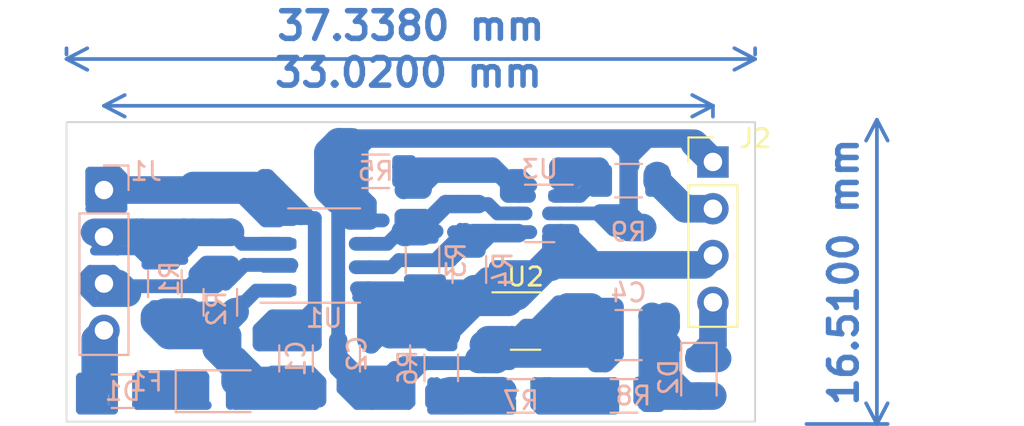
<source format=kicad_pcb>
(kicad_pcb (version 20211014) (generator pcbnew)
  (layers (0 "F.Cu" signal) (31 "B.Cu" signal) (34 "B.Paste" user) (35 "F.Paste" user) (36 "B.SilkS" user "B.Silkscreen") (37 "F.SilkS" user "F.Silkscreen") (38 "B.Mask" user) (39 "F.Mask" user) (44 "Edge.Cuts" user))
  (net 0 "")
  (net 1 "Net-(C1-Pad1)")
  (net 2 "GND1")
  (net 3 "GNDS")
  (net 4 "Net-(C2-Pad1)")
  (net 5 "Net-(C4-Pad1)")
  (net 6 "Net-(D2-Pad1)")
  (net 7 "Net-(F1-Pad2)")
  (net 8 "Net-(D1-Pad1)")
  (net 9 "Net-(R3-Pad2)")
  (net 10 "Net-(R4-Pad2)")
  (net 11 "Net-(R5-Pad1)")
  (net 12 "Net-(R6-Pad2)")
  (net 13 "Net-(R7-Pad2)")
  (net 14 "Net-(J1-Pad2)")
  (net 15 "Net-(J1-Pad3)")
  (net 16 "Net-(R9-Pad1)")
  (net 17 "Net-(J2-Pad2)")
  (footprint "Connector_PinHeader_2.54mm:PinHeader_1x04_P2.54mm_Vertical" (layer "F.Cu") (at 62.738 149.098)
    (fp_text reference "J2")
    (fp_text value "+30V,+5V,Dac_Out,Ground_s")
  )
  (footprint "Package_TO_SOT_SMD:SOT-23-3" (layer "F.Cu") (at 52.578 157.734)
    (fp_text reference "U2")
    (fp_text value "ZRB500_5")
  )
  (footprint "Resistor_SMD:R_1206_3216Metric_Pad1.30x1.75mm_HandSolder" (layer "B.Cu") (at 46.99 154.432 90)
    (fp_text reference "R3")
    (fp_text value "10k")
  )
  (footprint "Package_TO_SOT_SMD:SOT-23-6" (layer "B.Cu") (at 53.34 151.892 180)
    (fp_text reference "U3")
    (fp_text value "MCP4725")
  )
  (footprint "Diode_SMD:D_1206_3216Metric_Pad1.42x1.75mm_HandSolder" (layer "B.Cu") (at 36.068 161.544)
    (fp_text reference "D1")
    (fp_text value "Schottky")
  )
  (footprint "Fuse:Fuse_1206_3216Metric_Pad1.42x1.75mm_HandSolder" (layer "B.Cu") (at 30.734 161.544 180)
    (fp_text reference "F1")
    (fp_text value "100mA")
  )
  (footprint "Resistor_SMD:R_1206_3216Metric_Pad1.30x1.75mm_HandSolder" (layer "B.Cu") (at 48.006 160.274 -90)
    (fp_text reference "R6")
    (fp_text value "1k")
  )
  (footprint "Resistor_SMD:R_1206_3216Metric_Pad1.30x1.75mm_HandSolder" (layer "B.Cu") (at 57.912 161.798)
    (fp_text reference "R8")
    (fp_text value "1k")
  )
  (footprint "Resistor_SMD:R_1206_3216Metric_Pad1.30x1.75mm_HandSolder" (layer "B.Cu") (at 49.53 154.94 90)
    (fp_text reference "R4")
    (fp_text value "10k")
  )
  (footprint "Diode_SMD:D_0805_2012Metric_Pad1.15x1.40mm_HandSolder" (layer "B.Cu") (at 61.976 160.782 -90)
    (fp_text reference "D2")
    (fp_text value "DIODE")
  )
  (footprint "Resistor_SMD:R_1206_3216Metric_Pad1.30x1.75mm_HandSolder" (layer "B.Cu") (at 33.02 155.702 90)
    (fp_text reference "R1")
    (fp_text value "10k")
  )
  (footprint "Connector_PinHeader_2.54mm:PinHeader_1x04_P2.54mm_Vertical" (layer "B.Cu") (at 29.718 150.622 180)
    (fp_text reference "J1")
    (fp_text value "+5V,SCL,SDA,Gnd1")
  )
  (footprint "Resistor_SMD:R_1206_3216Metric_Pad1.30x1.75mm_HandSolder" (layer "B.Cu") (at 52.324 161.798)
    (fp_text reference "R7")
    (fp_text value "1k")
  )
  (footprint "Resistor_SMD:R_1206_3216Metric_Pad1.30x1.75mm_HandSolder" (layer "B.Cu") (at 44.45 149.606 180)
    (fp_text reference "R5")
    (fp_text value "10k")
  )
  (footprint "Capacitor_SMD:C_1210_3225Metric_Pad1.33x2.70mm_HandSolder" (layer "B.Cu") (at 58.166 158.496 180)
    (fp_text reference "C4")
    (fp_text value "10")
  )
  (footprint "Resistor_SMD:R_1206_3216Metric_Pad1.30x1.75mm_HandSolder" (layer "B.Cu") (at 58.166 150.114)
    (fp_text reference "R9")
    (fp_text value "10k")
  )
  (footprint "Resistor_SMD:R_1206_3216Metric_Pad1.30x1.75mm_HandSolder" (layer "B.Cu") (at 36.026 156.718 90)
    (fp_text reference "R2")
    (fp_text value "10k")
  )
  (footprint "Capacitor_SMD:C_1210_3225Metric_Pad1.33x2.70mm_HandSolder" (layer "B.Cu") (at 44.958 159.766 -90)
    (fp_text reference "C2")
    (fp_text value "10µF")
  )
  (footprint "Capacitor_SMD:C_1206_3216Metric_Pad1.33x1.80mm_HandSolder" (layer "B.Cu") (at 40.132 159.766 90)
    (fp_text reference "C1")
    (fp_text value "10µ")
  )
  (footprint "Package_SO:SOIC-8_3.9x4.9mm_P1.27mm" (layer "B.Cu") (at 41.656 154.178)
    (fp_text reference "U1")
    (fp_text value "ADuM1250")
  )
  (gr_rect (start 24.13 163.322) (end 24.13 163.322) (layer "Edge.Cuts") (width 0.1) (fill none))
  (gr_rect (start 27.686 146.939) (end 65.024 163.195) (layer "Edge.Cuts") (width 0.1) (fill none))
  (dimension (type orthogonal) (layer "B.Cu") (pts (xy 27.686 143.764) (xy 65.024 143.764)) (height -0.254) (orientation 0) (gr_text "37,3380 mm" (at 46.355 141.71) (layer "B.Cu") (effects (font (size 1.5 1.5) (thickness 0.3)))) (format (units 3) (units_format 1) (precision 4)) (style (thickness 0.2) (arrow_length 1.27) (text_position_mode 0) (extension_height 0.58642) (extension_offset 0.5) keep_text_aligned))
  (dimension (type orthogonal) (layer "B.Cu") (pts (xy 29.718 146.05) (xy 62.738 145.542)) (height 0) (orientation 0) (gr_text "33,0200 mm" (at 46.228 144.25) (layer "B.Cu") (effects (font (size 1.5 1.5) (thickness 0.3)))) (format (units 3) (units_format 1) (precision 4)) (style (thickness 0.2) (arrow_length 1.27) (text_position_mode 0) (extension_height 0.58642) (extension_offset 0.5) keep_text_aligned))
  (dimension (type orthogonal) (layer "B.Cu") (pts (xy 71.628 146.812) (xy 67.31 163.322)) (height 0) (orientation 1) (gr_text "16,5100 mm" (at 69.828 155.067 90) (layer "B.Cu") (effects (font (size 1.5 1.5) (thickness 0.3)))) (format (units 3) (units_format 1) (precision 4)) (style (thickness 0.2) (arrow_length 1.27) (text_position_mode 0) (extension_height 0.58642) (extension_offset 0.5) keep_text_aligned))
  (segment (start 40.894 160.528) (end 41.402 161.036) (width 0.75) (layer "B.Cu") (net 1))
  (segment (start 38.803444 160.586556) (end 37.5555 160.586556) (width 0.75) (layer "B.Cu") (net 1))
  (segment (start 35.814 158.946) (end 35.814 159.258) (width 1.5) (layer "B.Cu") (net 1))
  (segment (start 36.576 161.29) (end 36.83 161.036) (width 0.5) (layer "B.Cu") (net 1))
  (segment (start 38.862 160.528) (end 38.803444 160.586556) (width 0.75) (layer "B.Cu") (net 1))
  (segment (start 37.973 156.083) (end 39.181 156.083) (width 0.75) (layer "B.Cu") (net 1))
  (segment (start 36.83 162.306) (end 36.83 161.036) (width 0.5) (layer "B.Cu") (net 1))
  (segment (start 34.316 157.252) (end 36.804 157.252) (width 1) (layer "B.Cu") (net 1))
  (segment (start 41.148 162.306) (end 36.83 162.306) (width 0.5) (layer "B.Cu") (net 1))
  (segment (start 34.316 157.252) (end 35.335 158.271) (width 1.5) (layer "B.Cu") (net 1))
  (segment (start 33.02 157.252) (end 34.12 157.252) (width 1.5) (layer "B.Cu") (net 1))
  (segment (start 39.181 156.083) (end 39.751 156.083) (width 0.75) (layer "B.Cu") (net 1))
  (segment (start 37.5555 161.544) (end 37.5555 160.586556) (width 1.5) (layer "B.Cu") (net 1))
  (segment (start 36.319888 158.438) (end 36.417056 158.535168) (width 1.5) (layer "B.Cu") (net 1))
  (segment (start 36.671056 160.02) (end 36.83 159.861056) (width 1.5) (layer "B.Cu") (net 1))
  (segment (start 36.576 162.306) (end 36.576 161.29) (width 0.5) (layer "B.Cu") (net 1))
  (segment (start 40.3475 161.3285) (end 40.6015 161.5825) (width 0.75) (layer "B.Cu") (net 1))
  (segment (start 37.338 161.544) (end 36.83 161.036) (width 1.5) (layer "B.Cu") (net 1))
  (segment (start 39.5855 161.544) (end 39.624 161.5825) (width 1.5) (layer "B.Cu") (net 1))
  (segment (start 40.132 161.3285) (end 40.3475 161.3285) (width 0.75) (layer "B.Cu") (net 1))
  (segment (start 36.83 159.861056) (end 38.551444 161.5825) (width 1.5) (layer "B.Cu") (net 1))
  (segment (start 36.026 158.03) (end 36.83 157.226) (width 1.5) (layer "B.Cu") (net 1))
  (segment (start 40.0935 161.5825) (end 40.132 161.544) (width 1.5) (layer "B.Cu") (net 1))
  (segment (start 34.12 157.252) (end 34.316 157.252) (width 1.5) (layer "B.Cu") (net 1))
  (segment (start 36.417056 159.861056) (end 35.814 159.258) (width 1) (layer "B.Cu") (net 1))
  (segment (start 41.402 161.036) (end 41.402 162.052) (width 0.75) (layer "B.Cu") (net 1))
  (segment (start 40.132 161.3285) (end 39.3315 160.528) (width 0.75) (layer "B.Cu") (net 1))
  (segment (start 36.026 158.438) (end 36.319888 158.438) (width 1.5) (layer "B.Cu") (net 1))
  (segment (start 34.12 157.252) (end 35.814 158.946) (width 1.5) (layer "B.Cu") (net 1))
  (segment (start 40.132 161.544) (end 40.132 161.3285) (width 1.5) (layer "B.Cu") (net 1))
  (segment (start 39.3315 160.528) (end 38.862 160.528) (width 0.75) (layer "B.Cu") (net 1))
  (segment (start 33.245 158.467) (end 35.335 158.467) (width 1.6) (layer "B.Cu") (net 1))
  (segment (start 39.3315 160.528) (end 40.894 160.528) (width 0.75) (layer "B.Cu") (net 1))
  (segment (start 35.814 158.946) (end 35.872 158.946) (width 1.5) (layer "B.Cu") (net 1))
  (segment (start 36.417056 158.535168) (end 36.417056 159.861056) (width 1.5) (layer "B.Cu") (net 1))
  (segment (start 36.83 157.226) (end 37.973 156.083) (width 0.75) (layer "B.Cu") (net 1))
  (segment (start 36.322 157.48) (end 35.814 157.48) (width 0.75) (layer "B.Cu") (net 1))
  (segment (start 35.814 157.48) (end 32.512 157.48) (width 1.6) (layer "B.Cu") (net 1))
  (segment (start 36.417056 159.861056) (end 36.83 159.861056) (width 1.5) (layer "B.Cu") (net 1))
  (segment (start 36.83 161.036) (end 36.83 160.782) (width 1.5) (layer "B.Cu") (net 1))
  (segment (start 32.512 157.48) (end 32.512 157.734) (width 1.6) (layer "B.Cu") (net 1))
  (segment (start 38.551444 161.5825) (end 40.0935 161.5825) (width 1.5) (layer "B.Cu") (net 1))
  (segment (start 39.624 161.5825) (end 38.551444 161.5825) (width 1.5) (layer "B.Cu") (net 1))
  (segment (start 35.335 158.271) (end 35.335 158.467) (width 1.5) (layer "B.Cu") (net 1))
  (segment (start 37.338 161.544) (end 39.5855 161.544) (width 1.5) (layer "B.Cu") (net 1))
  (segment (start 37.5555 161.544) (end 37.338 161.544) (width 1.5) (layer "B.Cu") (net 1))
  (segment (start 39.624 161.5825) (end 40.6015 161.5825) (width 1.5) (layer "B.Cu") (net 1))
  (segment (start 32.512 157.734) (end 33.245 158.467) (width 1.6) (layer "B.Cu") (net 1))
  (segment (start 37.338 156.718) (end 37.133726 156.718) (width 0.75) (layer "B.Cu") (net 1))
  (segment (start 36.576 160.02) (end 36.671056 160.02) (width 1.5) (layer "B.Cu") (net 1))
  (segment (start 36.026 158.438) (end 36.026 158.03) (width 1.5) (layer "B.Cu") (net 1))
  (segment (start 37.5555 160.586556) (end 36.83 159.861056) (width 1.5) (layer "B.Cu") (net 1))
  (segment (start 41.402 162.052) (end 41.148 162.306) (width 0.5) (layer "B.Cu") (net 1))
  (segment (start 36.804 157.252) (end 36.83 157.226) (width 1) (layer "B.Cu") (net 1))
  (segment (start 36.026 158.438) (end 36.126 158.438) (width 1.5) (layer "B.Cu") (net 1))
  (segment (start 35.814 159.258) (end 36.576 160.02) (width 1.5) (layer "B.Cu") (net 1))
  (segment (start 38.155 159.004) (end 41.148 159.004) (width 0.75) (layer "B.Cu") (net 2))
  (segment (start 37.856 150.378) (end 37.856 150.358) (width 0.75) (layer "B.Cu") (net 2))
  (segment (start 30.734 149.86) (end 30.734 151.638) (width 0.5) (layer "B.Cu") (net 2))
  (segment (start 41.148 152.146) (end 40.386 152.146) (width 0.75) (layer "B.Cu") (net 2))
  (segment (start 40.132 151.384) (end 39.181 150.433) (width 0.75) (layer "B.Cu") (net 2))
  (segment (start 38.155 158.187) (end 38.4255 158.4575) (width 0.75) (layer "B.Cu") (net 2))
  (segment (start 28.956 151.384) (end 28.956 149.606) (width 0.5) (layer "B.Cu") (net 2))
  (segment (start 30.48 149.606) (end 30.734 149.86) (width 0.5) (layer "B.Cu") (net 2))
  (segment (start 29.718 150.622) (end 28.956 151.384) (width 0.5) (layer "B.Cu") (net 2))
  (segment (start 37.856 150.358) (end 38.354 149.86) (width 0.75) (layer "B.Cu") (net 2))
  (segment (start 37.042 150.622) (end 37.286 150.378) (width 1.5) (layer "B.Cu") (net 2))
  (segment (start 37.286 150.378) (end 36.586 150.378) (width 0.75) (layer "B.Cu") (net 2))
  (segment (start 41.148 156.972) (end 41.148 157.911) (width 0.75) (layer "B.Cu") (net 2))
  (segment (start 41.148 157.911) (end 40.6015 158.4575) (width 0.75) (layer "B.Cu") (net 2))
  (segment (start 41.148 159.004) (end 41.148 157.911) (width 0.75) (layer "B.Cu") (net 2))
  (segment (start 40.132 151.384) (end 39.878 151.638) (width 0.75) (layer "B.Cu") (net 2))
  (segment (start 38.481 152.273) (end 36.586 150.378) (width 0.75) (layer "B.Cu") (net 2))
  (segment (start 29.718 150.622) (end 37.042 150.622) (width 1.5) (layer "B.Cu") (net 2))
  (segment (start 34.554 150.378) (end 37.856 150.378) (width 1.5) (layer "B.Cu") (net 2))
  (segment (start 39.9165 158.2035) (end 41.148 156.972) (width 0.75) (layer "B.Cu") (net 2))
  (segment (start 37.856 150.378) (end 39.116 151.638) (width 1.5) (layer "B.Cu") (net 2))
  (segment (start 38.155 158.187) (end 38.155 159.004) (width 0.75) (layer "B.Cu") (net 2))
  (segment (start 40.64 157.48) (end 41.148 156.972) (width 0.75) (layer "B.Cu") (net 2))
  (segment (start 40.386 151.638) (end 40.132 151.384) (width 0.75) (layer "B.Cu") (net 2))
  (segment (start 40.64 157.48) (end 38.862 157.48) (width 0.75) (layer "B.Cu") (net 2))
  (segment (start 40.894 152.146) (end 40.386 151.638) (width 0.75) (layer "B.Cu") (net 2))
  (segment (start 40.386 152.146) (end 40.386 151.638) (width 0.75) (layer "B.Cu") (net 2))
  (segment (start 39.624 158.4575) (end 38.4255 158.4575) (width 0.75) (layer "B.Cu") (net 2))
  (segment (start 28.956 149.606) (end 30.48 149.606) (width 0.5) (layer "B.Cu") (net 2))
  (segment (start 39.181 152.273) (end 38.481 152.273) (width 0.75) (layer "B.Cu") (net 2))
  (segment (start 41.148 152.146) (end 40.894 152.146) (width 0.75) (layer "B.Cu") (net 2))
  (segment (start 36.586 150.378) (end 34.554 150.378) (width 0.75) (layer "B.Cu") (net 2))
  (segment (start 39.1545 158.4575) (end 39.624 158.4575) (width 1.5) (layer "B.Cu") (net 2))
  (segment (start 30.734 151.638) (end 28.956 151.638) (width 0.5) (layer "B.Cu") (net 2))
  (segment (start 29.718 150.368) (end 29.21 149.86) (width 0.5) (layer "B.Cu") (net 2))
  (segment (start 41.148 156.972) (end 41.148 152.146) (width 0.75) (layer "B.Cu") (net 2))
  (segment (start 38.862 157.48) (end 38.155 158.187) (width 0.75) (layer "B.Cu") (net 2))
  (segment (start 29.718 150.622) (end 29.718 150.114) (width 0.75) (layer "B.Cu") (net 2))
  (segment (start 29.718 150.622) (end 29.718 150.368) (width 0.5) (layer "B.Cu") (net 2))
  (segment (start 39.624 158.4575) (end 40.6015 158.4575) (width 1.5) (layer "B.Cu") (net 2))
  (segment (start 38.862 158.2035) (end 39.9165 158.2035) (width 0.75) (layer "B.Cu") (net 2))
  (segment (start 39.878 151.638) (end 39.116 151.638) (width 0.75) (layer "B.Cu") (net 2))
  (segment (start 38.354 149.86) (end 38.608 149.86) (width 0.75) (layer "B.Cu") (net 2))
  (segment (start 40.386 152.146) (end 39.308 152.146) (width 0.75) (layer "B.Cu") (net 2))
  (segment (start 39.181 152.273) (end 39.181 150.433) (width 0.75) (layer "B.Cu") (net 2))
  (segment (start 40.6015 158.4575) (end 41.148 159.004) (width 0.75) (layer "B.Cu") (net 2))
  (segment (start 38.608 149.86) (end 39.181 150.433) (width 0.75) (layer "B.Cu") (net 2))
  (segment (start 51 159.82) (end 50.038 159.82) (width 1.5) (layer "B.Cu") (net 3))
  (segment (start 58.166 148.59) (end 57.404 147.828) (width 1) (layer "B.Cu") (net 3))
  (segment (start 44.131 152.273) (end 44.831 152.273) (width 0.75) (layer "B.Cu") (net 3))
  (segment (start 44.131 152.273) (end 43.815 152.273) (width 1) (layer "B.Cu") (net 3))
  (segment (start 54.864 158.75) (end 54.8985 158.7845) (width 1.5) (layer "B.Cu") (net 3))
  (segment (start 44.131 152.273) (end 44.131 151.319) (width 0.75) (layer "B.Cu") (net 3))
  (segment (start 58.166 152.654) (end 57.404 152.654) (width 1) (layer "B.Cu") (net 3))
  (segment (start 56.2825 158.8555) (end 55.626 159.512) (width 0.5) (layer "B.Cu") (net 3))
  (segment (start 61.468 147.828) (end 61.722 148.082) (width 1) (layer "B.Cu") (net 3))
  (segment (start 46.355 162.179) (end 46.355 160.909) (width 0.5) (layer "B.Cu") (net 3))
  (segment (start 53.594 158.242) (end 54.864 156.972) (width 1.5) (layer "B.Cu") (net 3))
  (segment (start 44.273 162.306) (end 46.228 162.306) (width 0.5) (layer "B.Cu") (net 3))
  (segment (start 50.8 160.02) (end 46.99 160.02) (width 0.75) (layer "B.Cu") (net 3))
  (segment (start 50.546 158.75) (end 51.562 158.75) (width 1.5) (layer "B.Cu") (net 3))
  (segment (start 44.958 161.3285) (end 44.958 161.544) (width 0.75) (layer "B.Cu") (net 3))
  (segment (start 51.562 159.004) (end 51.562 159.258) (width 1.5) (layer "B.Cu") (net 3))
  (segment (start 43.053 151.765) (end 43.434 151.384) (width 1) (layer "B.Cu") (net 3))
  (segment (start 58.166 147.828) (end 59.69 147.828) (width 1) (layer "B.Cu") (net 3))
  (segment (start 45.974 160.02) (end 45.974 160.528) (width 0.75) (layer "B.Cu") (net 3))
  (segment (start 44.273 162.306) (end 43.434 162.306) (width 0.5) (layer "B.Cu") (net 3))
  (segment (start 61.722 148.082) (end 61.976 148.336) (width 1) (layer "B.Cu") (net 3))
  (segment (start 42.418 151.638) (end 42.418 151.13) (width 0.75) (layer "B.Cu") (net 3))
  (segment (start 62.738 149.098) (end 61.722 148.082) (width 1.5) (layer "B.Cu") (net 3))
  (segment (start 55.3335 158.242) (end 55.372 158.242) (width 1.5) (layer "B.Cu") (net 3))
  (segment (start 44.4885 162.0905) (end 44.273 162.306) (width 0.5) (layer "B.Cu") (net 3))
  (segment (start 42.581 159.675) (end 43.434 160.528) (width 0.75) (layer "B.Cu") (net 3))
  (segment (start 44.958 161.544) (end 45.466 162.052) (width 0.75) (layer "B.Cu") (net 3))
  (segment (start 42.581 160.437) (end 42.581 159.675) (width 0.75) (layer "B.Cu") (net 3))
  (segment (start 44.4115 161.3285) (end 45.466 160.274) (width 0.75) (layer "B.Cu") (net 3))
  (segment (start 58.166 148.844) (end 58.166 148.59) (width 1) (layer "B.Cu") (net 3))
  (segment (start 58.166 151.892) (end 58.166 152.654) (width 1) (layer "B.Cu") (net 3))
  (segment (start 46.228 162.306) (end 46.355 162.179) (width 0.5) (layer "B.Cu") (net 3))
  (segment (start 55.626 159.512) (end 54.102 159.512) (width 1.5) (layer "B.Cu") (net 3))
  (segment (start 53.848 151.892) (end 54.4775 151.892) (width 0.75) (layer "B.Cu") (net 3))
  (segment (start 44.958 161.3285) (end 43.4725 161.3285) (width 1.5) (layer "B.Cu") (net 3))
  (segment (start 43.688 150.876) (end 43.688 148.336) (width 0.75) (layer "B.Cu") (net 3))
  (segment (start 53.594 158.75) (end 54.864 158.75) (width 1.5) (layer "B.Cu") (net 3))
  (segment (start 44.958 161.3285) (end 45.2505 161.3285) (width 0.5) (layer "B.Cu") (net 3))
  (segment (start 44.131 151.319) (end 43.688 150.876) (width 0.75) (layer "B.Cu") (net 3))
  (segment (start 58.166 147.828) (end 57.404 147.828) (width 0.75) (layer "B.Cu") (net 3))
  (segment (start 54.356 157.48) (end 54.356 156.718) (width 0.75) (layer "B.Cu") (net 3))
  (segment (start 58.166 151.892) (end 58.928 152.654) (width 1) (layer "B.Cu") (net 3))
  (segment (start 42.926 150.876) (end 43.434 151.384) (width 1) (layer "B.Cu") (net 3))
  (segment (start 45.4275 161.3285) (end 46.736 160.02) (width 0.5) (layer "B.Cu") (net 3))
  (segment (start 56.6035 159.2195) (end 56.6035 158.496) (width 1.5) (layer "B.Cu") (net 3))
  (segment (start 56.642 151.892) (end 54.4775 151.892) (width 0.75) (layer "B.Cu") (net 3))
  (segment (start 42.926 148.844) (end 42.926 149.606) (width 0.5) (layer "B.Cu") (net 3))
  (segment (start 42.418 160.274) (end 42.418 158.776) (width 1) (layer "B.Cu") (net 3))
  (segment (start 59.69 147.828) (end 59.182 147.828) (width 1) (layer "B.Cu") (net 3))
  (segment (start 53.086 157.988) (end 53.086 158.75) (width 0.75) (layer "B.Cu") (net 3))
  (segment (start 51.816 158.75) (end 51.562 159.004) (width 1.5) (layer "B.Cu") (net 3))
  (segment (start 56.896 160.02) (end 57.404 159.512) (width 1) (layer "B.Cu") (net 3))
  (segment (start 44.958 161.3285) (end 45.4275 161.3285) (width 0.5) (layer "B.Cu") (net 3))
  (segment (start 46.736 160.02) (end 45.974 160.02) (width 0.75) (layer "B.Cu") (net 3))
  (segment (start 62.738 149.098) (end 61.976 148.336) (width 1.5) (layer "B.Cu") (net 3))
  (segment (start 42.926 160.782) (end 42.581 160.437) (width 1) (layer "B.Cu") (net 3))
  (segment (start 54.8985 159.258) (end 55.9145 158.242) (width 1.5) (layer "B.Cu") (net 3))
  (segment (start 55.9145 158.242) (end 55.9145 157.874) (width 1.5) (layer "B.Cu") (net 3))
  (segment (start 43.434 162.306) (end 42.581 161.453) (width 0.5) (layer "B.Cu") (net 3))
  (segment (start 59.69 147.828) (end 61.468 147.828) (width 1) (layer "B.Cu") (net 3))
  (segment (start 58.166 147.828) (end 43.382 147.828) (width 1) (layer "B.Cu") (net 3))
  (segment (start 42.926 149.606) (end 42.926 150.622) (width 0.5) (layer "B.Cu") (net 3))
  (segment (start 56.0285 158.496) (end 56.0285 159.1095) (width 1.5) (layer "B.Cu") (net 3))
  (segment (start 53.594 158.242) (end 54.356 157.48) (width 0.75) (layer "B.Cu") (net 3))
  (segment (start 41.91 148.59) (end 42.444 148.056) (width 1.6) (layer "B.Cu") (net 3))
  (segment (start 57.404 152.654) (end 56.642 151.892) (width 1) (layer "B.Cu") (net 3))
  (segment (start 43.053 152.273) (end 43.053 151.765) (width 1) (layer "B.Cu") (net 3))
  (segment (start 42.418 151.13) (end 42.418 150.876) (width 0.75) (layer "B.Cu") (net 3))
  (segment (start 43.4725 161.3285) (end 42.926 160.782) (width 1) (layer "B.Cu") (net 3))
  (segment (start 54.864 156.972) (end 56.134 156.972) (width 1.5) (layer "B.Cu") (net 3))
  (segment (start 53.086 158.75) (end 53.594 158.75) (width 1.5) (layer "B.Cu") (net 3))
  (segment (start 57.404 159.512) (end 56.6035 158.7115) (width 1) (layer "B.Cu") (net 3))
  (segment (start 43.4725 161.3285) (end 44.4115 161.3285) (width 0.75) (layer "B.Cu") (net 3))
  (segment (start 43.688 148.336) (end 44.196 147.828) (width 0.75) (layer "B.Cu") (net 3))
  (segment (start 44.196 147.828) (end 55.118 147.828) (width 0.75) (layer "B.Cu") (net 3))
  (segment (start 51.7375 160.02) (end 56.388 160.02) (width 0.5) (layer "B.Cu") (net 3))
  (segment (start 43.154 148.056) (end 42.926 147.828) (width 0.75) (layer "B.Cu") (net 3))
  (segment (start 45.974 160.528) (end 45.974 161.798) (width 0.75) (layer "B.Cu") (net 3))
  (segment (start 58.166 149.352) (end 58.166 151.892) (width 1) (layer "B.Cu") (net 3))
  (segment (start 56.6035 157.5185) (end 56.6035 158.496) (width 1) (layer "B.Cu") (net 3))
  (segment (start 56.6035 158.7115) (end 56.6035 158.496) (width 1) (layer "B.Cu") (net 3))
  (segment (start 59.182 147.828) (end 58.166 148.844) (width 1) (layer "B.Cu") (net 3))
  (segment (start 51.7375 160.02) (end 51.054 160.02) (width 0.75) (layer "B.Cu") (net 3))
  (segment (start 42.444 148.056) (end 43.154 148.056) (width 1.6) (layer "B.Cu") (net 3))
  (segment (start 41.91 150.622) (end 41.91 148.59) (width 1.6) (layer "B.Cu") (net 3))
  (segment (start 55.118 147.828) (end 42.926 147.828) (width 0.75) (layer "B.Cu") (net 3))
  (segment (start 45.2505 161.3285) (end 44.4885 162.0905) (width 0.5) (layer "B.Cu") (net 3))
  (segment (start 58.166 149.352) (end 58.266 149.252) (width 1) (layer "B.Cu") (net 3))
  (segment (start 53.086 157.988) (end 52.578 157.988) (width 0.75) (layer "B.Cu") (net 3))
  (segment (start 53.594 158.75) (end 53.594 158.242) (width 1.5) (layer "B.Cu") (net 3))
  (segment (start 44.131 152.273) (end 43.053 152.273) (width 1) (layer "B.Cu") (net 3))
  (segment (start 52.578 157.988) (end 51.816 158.75) (width 0.75) (layer "B.Cu") (net 3))
  (segment (start 43.154 149.86) (end 43.154 148.056) (width 0.75) (layer "B.Cu") (net 3))
  (segment (start 42.418 158.776) (end 42.418 151.638) (width 0.75) (layer "B.Cu") (net 3))
  (segment (start 43.434 160.528) (end 43.18 160.528) (width 0.75) (layer "B.Cu") (net 3))
  (segment (start 58.166 151.892) (end 56.642 151.892) (width 1) (layer "B.Cu") (net 3))
  (segment (start 56.0285 159.1095) (end 55.626 159.512) (width 1.5) (layer "B.Cu") (net 3))
  (segment (start 43.154 149.86) (end 43.154 148.564) (width 1) (layer "B.Cu") (net 3))
  (segment (start 43.18 160.528) (end 42.926 160.782) (width 0.75) (layer "B.Cu") (net 3))
  (segment (start 54.8985 159.258) (end 54.8985 158.7845) (width 1.5) (layer "B.Cu") (net 3))
  (segment (start 47.244 160.02) (end 46.736 160.02) (width 0.75) (layer "B.Cu") (net 3))
  (segment (start 52.578 159.512) (end 51.816 158.75) (width 1.5) (layer "B.Cu") (net 3))
  (segment (start 57.404 147.828) (end 55.118 147.828) (width 0.75) (layer "B.Cu") (net 3))
  (segment (start 46.355 160.909) (end 47.244 160.02) (width 0.5) (layer "B.Cu") (net 3))
  (segment (start 56.388 160.02) (end 56.896 160.02) (width 1) (layer "B.Cu") (net 3))
  (segment (start 54.102 159.512) (end 52.578 159.512) (width 1.5) (layer "B.Cu") (net 3))
  (segment (start 45.974 160.528) (end 43.434 160.528) (width 0.75) (layer "B.Cu") (net 3))
  (segment (start 57.404 156.972) (end 56.134 156.972) (width 1) (layer "B.Cu") (net 3))
  (segment (start 42.581 160.437) (end 42.418 160.274) (width 1) (layer "B.Cu") (net 3))
  (segment (start 54.356 156.718) (end 53.086 157.988) (width 0.75) (layer "B.Cu") (net 3))
  (segment (start 58.928 152.654) (end 58.166 152.654) (width 1.5) (layer "B.Cu") (net 3))
  (segment (start 55.091 159.4335) (end 56.0285 158.496) (width 1) (layer "B.Cu") (net 3))
  (segment (start 58.166 147.828) (end 58.166 148.844) (width 1) (layer "B.Cu") (net 3))
  (segment (start 50.292 159.004) (end 50.546 159.258) (width 1.5) (layer "B.Cu") (net 3))
  (segment (start 42.926 147.828) (end 42.926 148.844) (width 0.75) (layer "B.Cu") (net 3))
  (segment (start 42.581 161.453) (end 42.581 160.437) (width 0.5) (layer "B.Cu") (net 3))
  (segment (start 42.418 151.13) (end 41.91 150.622) (width 1.6) (layer "B.Cu") (net 3))
  (segment (start 51.562 159.258) (end 51 159.82) (width 1.5) (layer "B.Cu") (net 3))
  (segment (start 58.166 148.844) (end 58.166 149.352) (width 1) (layer "B.Cu") (net 3))
  (segment (start 42.926 148.844) (end 42.926 150.876) (width 1) (layer "B.Cu") (net 3))
  (segment (start 57.404 156.972) (end 57.404 159.512) (width 1) (layer "B.Cu") (net 3))
  (segment (start 55.9145 157.874) (end 55.82725 157.78675) (width 1.5) (layer "B.Cu") (net 3))
  (segment (start 43.382 147.828) (end 43.154 148.056) (width 1) (layer "B.Cu") (net 3))
  (segment (start 51.816 158.75) (end 53.086 158.75) (width 0.75) (layer "B.Cu") (net 3))
  (segment (start 50.9585 154.8075) (end 52.9645 154.8075) (width 0.75) (layer "B.Cu") (net 4))
  (segment (start 49.53 156.49) (end 49.53 156.972) (width 1.5) (layer "B.Cu") (net 4))
  (segment (start 50.9585 154.8075) (end 50.4505 155.3155) (width 0.5) (layer "B.Cu") (net 4))
  (segment (start 50.4505 155.3155) (end 49.784 155.982) (width 1) (layer "B.Cu") (net 4))
  (segment (start 53.848 153.924) (end 53.848 153.162) (width 0.75) (layer "B.Cu") (net 4))
  (segment (start 52.07 155.448) (end 52.324 155.448) (width 0.75) (layer "B.Cu") (net 4))
  (segment (start 44.131 156.083) (end 43.815 156.083) (width 0.5) (layer "B.Cu") (net 4))
  (segment (start 43.942 158.75) (end 44.196 159.004) (width 1) (layer "B.Cu") (net 4))
  (segment (start 55.245 154.305) (end 55.7475 154.8075) (width 0.75) (layer "B.Cu") (net 4))
  (segment (start 44.131 156.083) (end 46.101 156.083) (width 1) (layer "B.Cu") (net 4))
  (segment (start 48.286 156.998) (end 48.26 156.972) (width 1.5) (layer "B.Cu") (net 4))
  (segment (start 44.73 158.47) (end 44.196 159.004) (width 1) (layer "B.Cu") (net 4))
  (segment (start 44.9195 158.2035) (end 44.196 157.48) (width 1) (layer "B.Cu") (net 4))
  (segment (start 54.4775 152.961226) (end 55.025137 153.508863) (width 0.75) (layer "B.Cu") (net 4))
  (segment (start 51.1755 155.3155) (end 51.4405 155.3155) (width 0.5) (layer "B.Cu") (net 4))
  (segment (start 56.323774 154.8075) (end 56.422137 154.905863) (width 0.75) (layer "B.Cu") (net 4))
  (segment (start 55.821274 154.305) (end 55.245 154.305) (width 1.5) (layer "B.Cu") (net 4))
  (segment (start 47.804 157.48) (end 48.566 156.718) (width 1.5) (layer "B.Cu") (net 4))
  (segment (start 43.815 156.083) (end 43.434 156.464) (width 0.5) (layer "B.Cu") (net 4))
  (segment (start 52.9645 154.8075) (end 53.9805 154.8075) (width 0.75) (layer "B.Cu") (net 4))
  (segment (start 53.848 152.842) (end 54.4775 152.842) (width 0.75) (layer "B.Cu") (net 4))
  (segment (start 48.26 156.972) (end 48.768 156.464) (width 0.5) (layer "B.Cu") (net 4))
  (segment (start 54.4775 152.842) (end 54.4775 152.961226) (width 0.75) (layer "B.Cu") (net 4))
  (segment (start 44.131 156.083) (end 44.766 156.718) (width 0.75) (layer "B.Cu") (net 4))
  (segment (start 49.53 156.972) (end 48.286 158.216) (width 1.5) (layer "B.Cu") (net 4))
  (segment (start 48.006 155.448) (end 46.228 155.448) (width 0.5) (layer "B.Cu") (net 4))
  (segment (start 53.848 153.162) (end 54.1575 153.162) (width 0.75) (layer "B.Cu") (net 4))
  (segment (start 55.118 152.842) (end 54.4775 152.842) (width 0.75) (layer "B.Cu") (net 4))
  (segment (start 45.6815 157.48) (end 44.958 158.2035) (width 1) (layer "B.Cu") (net 4))
  (segment (start 54.1575 153.162) (end 54.4775 152.842) (width 0.75) (layer "B.Cu") (net 4))
  (segment (start 52.324 155.448) (end 52.9645 154.8075) (width 0.75) (layer "B.Cu") (net 4))
  (segment (start 47.804 157.48) (end 48.286 156.998) (width 1.5) (layer "B.Cu") (net 4))
  (segment (start 46.101 156.083) (end 46.889 156.083) (width 1) (layer "B.Cu") (net 4))
  (segment (start 49.429 156.718) (end 51.663 156.718) (width 1.5) (layer "B.Cu") (net 4))
  (segment (start 44.958 157.48) (end 43.942 156.464) (width 1) (layer "B.Cu") (net 4))
  (segment (start 46.99 156.972) (end 48.26 156.972) (width 1) (layer "B.Cu") (net 4))
  (segment (start 43.942 156.464) (end 43.942 158.75) (width 1) (layer "B.Cu") (net 4))
  (segment (start 44.196 159.004) (end 44.196 156.148) (width 1) (layer "B.Cu") (net 4))
  (segment (start 49.81 155.982) (end 49.784 155.982) (width 1.5) (layer "B.Cu") (net 4))
  (segment (start 46.635 156.083) (end 46.99 155.728) (width 0.5) (layer "B.Cu") (net 4))
  (segment (start 46.508 158.47) (end 45.2245 158.47) (width 1.5) (layer "B.Cu") (net 4))
  (segment (start 48.768 156.718) (end 48.768 156.464) (width 0.75) (layer "B.Cu") (net 4))
  (segment (start 47.472 155.982) (end 48.006 155.448) (width 0.5) (layer "B.Cu") (net 4))
  (segment (start 62.23 154.686) (end 54.102 154.686) (width 1.5) (layer "B.Cu") (net 4))
  (segment (start 48.286 158.47) (end 48.286 158.216) (width 1.5) (layer "B.Cu") (net 4))
  (segment (start 62.738 154.178) (end 62.23 154.686) (width 1.5) (layer "B.Cu") (net 4))
  (segment (start 46.889 156.083) (end 46.99 155.982) (width 1) (layer "B.Cu") (net 4))
  (segment (start 46.99 155.956) (end 46.482 155.448) (width 0.5) (layer "B.Cu") (net 4))
  (segment (start 46.508 158.47) (end 48.286 158.47) (width 1.5) (layer "B.Cu") (net 4))
  (segment (start 44.004 155.956) (end 43.434 155.956) (width 0.75) (layer "B.Cu") (net 4))
  (segment (start 52.9645 154.8075) (end 53.848 153.924) (width 0.75) (layer "B.Cu") (net 4))
  (segment (start 53.9805 154.8075) (end 55.7475 154.8075) (width 0.75) (layer "B.Cu") (net 4))
  (segment (start 54.61 153.924) (end 54.864 153.924) (width 0.75) (layer "B.Cu") (net 4))
  (segment (start 55.025137 153.508863) (end 56.422137 154.905863) (width 0.75) (layer "B.Cu") (net 4))
  (segment (start 44.958 158.2035) (end 44.958 157.48) (width 1) (layer "B.Cu") (net 4))
  (segment (start 43.942 156.464) (end 43.434 156.464) (width 0.5) (layer "B.Cu") (net 4))
  (segment (start 54.229 154.559) (end 54.229 153.797) (width 0.75) (layer "B.Cu") (net 4))
  (segment (start 45.6815 157.48) (end 45.6815 156.7565) (width 1) (layer "B.Cu") (net 4))
  (segment (start 47.2825 156.0205) (end 46.99 155.728) (width 0.5) (layer "B.Cu") (net 4))
  (segment (start 54.356 153.67) (end 54.61 153.924) (width 0.75) (layer "B.Cu") (net 4))
  (segment (start 45.2245 158.47) (end 44.958 158.2035) (width 1.5) (layer "B.Cu") (net 4))
  (segment (start 50.4505 155.3155) (end 51.1755 155.3155) (width 0.5) (layer "B.Cu") (net 4))
  (segment (start 46.508 158.47) (end 44.73 158.47) (width 1) (layer "B.Cu") (net 4))
  (segment (start 53.9805 154.8075) (end 54.229 154.559) (width 0.75) (layer "B.Cu") (net 4))
  (segment (start 46.99 155.982) (end 47.472 155.982) (width 0.5) (layer "B.Cu") (net 4))
  (segment (start 50.8 156.718) (end 52.07 155.448) (width 1.5) (layer "B.Cu") (net 4))
  (segment (start 54.864 153.924) (end 55.245 154.305) (width 0.75) (layer "B.Cu") (net 4))
  (segment (start 44.766 156.718) (end 45.212 156.718) (width 0.75) (layer "B.Cu") (net 4))
  (segment (start 52.1335 156.4005) (end 54.5465 153.9875) (width 1.5) (layer "B.Cu") (net 4))
  (segment (start 45.6815 157.48) (end 47.804 157.48) (width 1.5) (layer "B.Cu") (net 4))
  (segment (start 55.821274 154.305) (end 55.025137 153.508863) (width 1.5) (layer "B.Cu") (net 4))
  (segment (start 54.229 153.797) (end 54.356 153.67) (width 0.75) (layer "B.Cu") (net 4))
  (segment (start 54.102 154.686) (end 53.9805 154.8075) (width 1.5) (layer "B.Cu") (net 4))
  (segment (start 55.7475 154.8075) (end 56.323774 154.8075) (width 0.75) (layer "B.Cu") (net 4))
  (segment (start 46.101 156.083) (end 46.99 156.972) (width 1) (layer "B.Cu") (net 4))
  (segment (start 44.196 156.148) (end 44.131 156.083) (width 1) (layer "B.Cu") (net 4))
  (segment (start 44.131 156.083) (end 44.004 155.956) (width 0.75) (layer "B.Cu") (net 4))
  (segment (start 46.99 155.982) (end 46.99 155.956) (width 0.5) (layer "B.Cu") (net 4))
  (segment (start 44.958 158.2035) (end 44.9195 158.2035) (width 1) (layer "B.Cu") (net 4))
  (segment (start 48.286 158.216) (end 48.286 156.998) (width 1.5) (layer "B.Cu") (net 4))
  (segment (start 46.99 155.982) (end 49.784 155.982) (width 1) (layer "B.Cu") (net 4))
  (segment (start 61.223 161.807) (end 60.172 160.756) (width 1.5) (layer "B.Cu") (net 5))
  (segment (start 59.4745 161.2775) (end 59.208 161.544) (width 1.5) (layer "B.Cu") (net 5))
  (segment (start 59.462 158.216) (end 59.462 161.29) (width 1.5) (layer "B.Cu") (net 5))
  (segment (start 58.674 162.026) (end 58.674 161.01) (width 0.5) (layer "B.Cu") (net 5))
  (segment (start 59.208 161.544) (end 59.208 162.026) (width 0.5) (layer "B.Cu") (net 5))
  (segment (start 59.208 161.544) (end 59.462 161.29) (width 1.5) (layer "B.Cu") (net 5))
  (segment (start 60.198 157.48) (end 59.462 158.216) (width 1.5) (layer "B.Cu") (net 5))
  (segment (start 58.7 162.052) (end 58.674 162.026) (width 0.5) (layer "B.Cu") (net 5))
  (segment (start 61.223 161.807) (end 59.471 161.807) (width 1.5) (layer "B.Cu") (net 5))
  (segment (start 61.976 161.807) (end 61.223 161.807) (width 1.5) (layer "B.Cu") (net 5))
  (segment (start 59.462 160.756) (end 59.462 157.506) (width 1.5) (layer "B.Cu") (net 5))
  (segment (start 59.462 161.29) (end 59.462 160.756) (width 1.5) (layer "B.Cu") (net 5))
  (segment (start 60.198 158.0265) (end 60.198 157.48) (width 1.5) (layer "B.Cu") (net 5))
  (segment (start 59.462 157.506) (end 59.462 161.798) (width 1.5) (layer "B.Cu") (net 5))
  (segment (start 59.7285 158.496) (end 60.198 158.0265) (width 1.5) (layer "B.Cu") (net 5))
  (segment (start 59.471 161.807) (end 59.462 161.798) (width 1.5) (layer "B.Cu") (net 5))
  (segment (start 58.674 161.01) (end 59.208 161.544) (width 0.5) (layer "B.Cu") (net 5))
  (segment (start 59.462 161.544) (end 59.462 161.518) (width 1) (layer "B.Cu") (net 5))
  (segment (start 60.172 160.756) (end 59.462 160.756) (width 1.5) (layer "B.Cu") (net 5))
  (segment (start 59.208 162.026) (end 58.928 162.306) (width 0.5) (layer "B.Cu") (net 5))
  (segment (start 59.208 161.544) (end 58.674 162.078) (width 0.5) (layer "B.Cu") (net 5))
  (segment (start 60.172 160.756) (end 60.172 158.9395) (width 1.5) (layer "B.Cu") (net 5))
  (segment (start 60.276 159.0435) (end 59.7285 158.496) (width 1.5) (layer "B.Cu") (net 5))
  (segment (start 61.976 161.807) (end 62.729 161.807) (width 1.5) (layer "B.Cu") (net 5))
  (segment (start 60.172 158.9395) (end 59.7285 158.496) (width 1.5) (layer "B.Cu") (net 5))
  (segment (start 59.436 157.48) (end 59.462 157.506) (width 1.5) (layer "B.Cu") (net 5))
  (segment (start 62.738 156.718) (end 62.738 158.995) (width 1.5) (layer "B.Cu") (net 6))
  (segment (start 61.985 159.766) (end 62.992 159.766) (width 1.5) (layer "B.Cu") (net 6))
  (segment (start 62.738 158.995) (end 61.976 159.757) (width 1.5) (layer "B.Cu") (net 6))
  (segment (start 61.976 159.757) (end 61.985 159.766) (width 1.5) (layer "B.Cu") (net 6))
  (segment (start 29.2465 158.7135) (end 29.718 158.242) (width 1.5) (layer "B.Cu") (net 7))
  (segment (start 30.226 158.75) (end 29.718 158.242) (width 0.5) (layer "B.Cu") (net 7))
  (segment (start 29.2465 161.7615) (end 28.702 162.306) (width 0.5) (layer "B.Cu") (net 7))
  (segment (start 29.2465 161.544) (end 29.2465 161.7615) (width 0.5) (layer "B.Cu") (net 7))
  (segment (start 29.718 162.0155) (end 29.718 162.56) (width 0.5) (layer "B.Cu") (net 7))
  (segment (start 29.2465 161.544) (end 29.718 162.0155) (width 0.5) (layer "B.Cu") (net 7))
  (segment (start 29.718 162.56) (end 30.226 162.56) (width 0.5) (layer "B.Cu") (net 7))
  (segment (start 30.226 162.56) (end 30.226 158.75) (width 0.5) (layer "B.Cu") (net 7))
  (segment (start 28.448 162.56) (end 28.448 160.782) (width 0.5) (layer "B.Cu") (net 7))
  (segment (start 29.2465 161.544) (end 29.2465 158.7135) (width 1.5) (layer "B.Cu") (net 7))
  (segment (start 29.718 162.56) (end 28.448 162.56) (width 0.5) (layer "B.Cu") (net 7))
  (segment (start 35.052 162.0155) (end 35.052 160.782) (width 0.75) (layer "B.Cu") (net 8))
  (segment (start 31.5325 162.306) (end 35.306 162.306) (width 0.5) (layer "B.Cu") (net 8))
  (segment (start 32.2215 161.544) (end 32.2215 161.2535) (width 0.75) (layer "B.Cu") (net 8))
  (segment (start 35.052 160.782) (end 31.75 160.782) (width 0.75) (layer "B.Cu") (net 8))
  (segment (start 32.2215 161.544) (end 31.496 162.2695) (width 0.5) (layer "B.Cu") (net 8))
  (segment (start 32.2215 161.2535) (end 31.75 160.782) (width 0.75) (layer "B.Cu") (net 8))
  (segment (start 31.496 162.2695) (end 31.5325 162.306) (width 0.5) (layer "B.Cu") (net 8))
  (segment (start 34.5805 161.2535) (end 35.052 160.782) (width 0.75) (layer "B.Cu") (net 8))
  (segment (start 31.496 162.2695) (end 31.496 160.782) (width 0.5) (layer "B.Cu") (net 8))
  (segment (start 34.5805 161.544) (end 32.2215 161.544) (width 1.5) (layer "B.Cu") (net 8))
  (segment (start 34.5805 161.544) (end 34.5805 161.2535) (width 0.75) (layer "B.Cu") (net 8))
  (segment (start 51.054 151.892) (end 50.546 151.384) (width 0.75) (layer "B.Cu") (net 9))
  (segment (start 44.131 153.543) (end 43.368 153.543) (width 0.75) (layer "B.Cu") (net 9))
  (segment (start 48.26 151.384) (end 49.022 151.384) (width 1) (layer "B.Cu") (net 9))
  (segment (start 46.99 152.882) (end 46.095833 152.882) (width 1.5) (layer "B.Cu") (net 9))
  (segment (start 45.847 152.019) (end 47.117 152.019) (width 0.75) (layer "B.Cu") (net 9))
  (segment (start 52.2025 151.892) (end 51.054 151.892) (width 0.75) (layer "B.Cu") (net 9))
  (segment (start 45.948 152.882) (end 45.847 152.781) (width 1) (layer "B.Cu") (net 9))
  (segment (start 47.117 152.019) (end 47.371 152.273) (width 0.75) (layer "B.Cu") (net 9))
  (segment (start 49.022 151.384) (end 50.038 151.384) (width 1) (layer "B.Cu") (net 9))
  (segment (start 46.99 152.882) (end 46.99 152.654) (width 1) (layer "B.Cu") (net 9))
  (segment (start 52.578 151.892) (end 52.2025 151.892) (width 0.75) (layer "B.Cu") (net 9))
  (segment (start 47.371 152.273) (end 48.26 151.384) (width 1) (layer "B.Cu") (net 9))
  (segment (start 46.99 152.882) (end 46.99 152.4) (width 0.75) (layer "B.Cu") (net 9))
  (segment (start 46.99 152.654) (end 47.371 152.273) (width 1) (layer "B.Cu") (net 9))
  (segment (start 44.131 153.543) (end 45.085 153.543) (width 0.75) (layer "B.Cu") (net 9))
  (segment (start 49.022 151.384) (end 48.742 151.384) (width 0.75) (layer "B.Cu") (net 9))
  (segment (start 45.847 152.781) (end 45.847 152.019) (width 0.75) (layer "B.Cu") (net 9))
  (segment (start 46.095833 152.882) (end 46.047916 152.929917) (width 1.5) (layer "B.Cu") (net 9))
  (segment (start 47.726 152.882) (end 47.752 152.856) (width 0.75) (layer "B.Cu") (net 9))
  (segment (start 45.948 152.882) (end 46.99 152.882) (width 1) (layer "B.Cu") (net 9))
  (segment (start 46.99 152.882) (end 47.726 152.882) (width 0.75) (layer "B.Cu") (net 9))
  (segment (start 50.546 151.384) (end 50.038 151.384) (width 0.75) (layer "B.Cu") (net 9))
  (segment (start 45.085 153.543) (end 45.847 152.781) (width 0.75) (layer "B.Cu") (net 9))
  (segment (start 48.514 153.696) (end 49.302 152.908) (width 0.75) (layer "B.Cu") (net 10))
  (segment (start 49.302 152.908) (end 49.53 153.136) (width 0.75) (layer "B.Cu") (net 10))
  (segment (start 49.302 153.644) (end 49.302 152.908) (width 1) (layer "B.Cu") (net 10))
  (segment (start 50.866 152.842) (end 50.8 152.908) (width 0.75) (layer "B.Cu") (net 10))
  (segment (start 49.022 153.644) (end 49.53 153.136) (width 0.75) (layer "B.Cu") (net 10))
  (segment (start 49.699 152.967) (end 52.2025 152.967) (width 1) (layer "B.Cu") (net 10))
  (segment (start 49.53 153.136) (end 49.699 152.967) (width 1) (layer "B.Cu") (net 10))
  (segment (start 49.53 153.416) (end 48.768 154.178) (width 0.75) (layer "B.Cu") (net 10))
  (segment (start 44.131 154.813) (end 43.368 154.813) (width 0.75) (layer "B.Cu") (net 10))
  (segment (start 45.317274 154.813) (end 45.709137 154.421137) (width 0.75) (layer "B.Cu") (net 10))
  (segment (start 49.824 152.842) (end 49.53 153.136) (width 0.75) (layer "B.Cu") (net 10))
  (segment (start 49.302 152.908) (end 49.022 152.908) (width 0.5) (layer "B.Cu") (net 10))
  (segment (start 50.8 153.162) (end 50.8 152.908) (width 0.5) (layer "B.Cu") (net 10))
  (segment (start 49.53 153.39) (end 49.184 153.39) (width 0.75) (layer "B.Cu") (net 10))
  (segment (start 49.758 153.136) (end 49.53 153.136) (width 0.5) (layer "B.Cu") (net 10))
  (segment (start 49.302 152.908) (end 48.702 152.908) (width 0.75) (layer "B.Cu") (net 10))
  (segment (start 50.866 152.842) (end 49.824 152.842) (width 0.75) (layer "B.Cu") (net 10))
  (segment (start 45.72 154.432) (end 47.498 154.432) (width 0.75) (layer "B.Cu") (net 10))
  (segment (start 44.131 154.813) (end 45.317274 154.813) (width 0.75) (layer "B.Cu") (net 10))
  (segment (start 49.022 152.908) (end 47.498 154.432) (width 0.5) (layer "B.Cu") (net 10))
  (segment (start 49.53 153.136) (end 49.048 152.654) (width 0.5) (layer "B.Cu") (net 10))
  (segment (start 52.2025 152.842) (end 52.2685 152.908) (width 0.75) (layer "B.Cu") (net 10))
  (segment (start 50.038 153.924) (end 50.8 153.162) (width 0.5) (layer "B.Cu") (net 10))
  (segment (start 52.2025 152.842) (end 50.866 152.842) (width 0.75) (layer "B.Cu") (net 10))
  (segment (start 49.022 153.924) (end 49.022 153.644) (width 0.75) (layer "B.Cu") (net 10))
  (segment (start 52.2685 152.908) (end 52.832 152.908) (width 0.75) (layer "B.Cu") (net 10))
  (segment (start 49.184 153.39) (end 48.702 152.908) (width 0.75) (layer "B.Cu") (net 10))
  (segment (start 48.768 154.178) (end 49.022 153.924) (width 0.75) (layer "B.Cu") (net 10))
  (segment (start 45.709137 154.421137) (end 45.72 154.432) (width 0.75) (layer "B.Cu") (net 10))
  (segment (start 49.53 153.39) (end 49.53 153.416) (width 0.75) (layer "B.Cu") (net 10))
  (segment (start 48.514 154.432) (end 48.768 154.178) (width 0.75) (layer "B.Cu") (net 10))
  (segment (start 49.758 153.136) (end 50.038 153.416) (width 1) (layer "B.Cu") (net 10))
  (segment (start 47.498 154.432) (end 48.514 154.432) (width 0.75) (layer "B.Cu") (net 10))
  (segment (start 51.308 152.908) (end 50.8 152.908) (width 0.75) (layer "B.Cu") (net 10))
  (segment (start 48.514 154.432) (end 48.514 153.696) (width 0.75) (layer "B.Cu") (net 10))
  (segment (start 49.022 153.924) (end 50.038 153.924) (width 0.75) (layer "B.Cu") (net 10))
  (segment (start 52.258 150.942) (end 52.832 150.368) (width 0.75) (layer "B.Cu") (net 11))
  (segment (start 46.254 149.86) (end 46.99 150.596) (width 1) (layer "B.Cu") (net 11))
  (segment (start 46.228 149.86) (end 45.72 149.352) (width 0.75) (layer "B.Cu") (net 11))
  (segment (start 45.948 149.86) (end 45.72 150.088) (width 0.75) (layer "B.Cu") (net 11))
  (segment (start 46.254 149.834) (end 46.736 149.352) (width 0.75) (layer "B.Cu") (net 11))
  (segment (start 46 150.596) (end 45.974 150.622) (width 1) (layer "B.Cu") (net 11))
  (segment (start 50.8 149.352) (end 51.562 150.114) (width 1) (layer "B.Cu") (net 11))
  (segment (start 51.628 150.942) (end 51.562 150.876) (width 0.75) (layer "B.Cu") (net 11))
  (segment (start 52.2025 150.942) (end 51.628 150.942) (width 0.75) (layer "B.Cu") (net 11))
  (segment (start 46.482 150.114) (end 46.228 149.86) (width 0.5) (layer "B.Cu") (net 11))
  (segment (start 46.254 149.86) (end 46.228 149.86) (width 0.75) (layer "B.Cu") (net 11))
  (segment (start 46.254 149.86) (end 46.254 149.632) (width 0.75) (layer "B.Cu") (net 11))
  (segment (start 51.562 150.114) (end 52.07 150.622) (width 1) (layer "B.Cu") (net 11))
  (segment (start 47.498 149.86) (end 45.948 149.86) (width 0.75) (layer "B.Cu") (net 11))
  (segment (start 52.324 149.86) (end 51.816 149.86) (width 0.75) (layer "B.Cu") (net 11))
  (segment (start 46.635 149.961) (end 46.482 150.114) (width 0.5) (layer "B.Cu") (net 11))
  (segment (start 51.562 150.876) (end 51.562 150.114) (width 0.75) (layer "B.Cu") (net 11))
  (segment (start 52.766 150.942) (end 52.2025 150.942) (width 0.75) (layer "B.Cu") (net 11))
  (segment (start 52.832 150.368) (end 52.324 149.86) (width 0.75) (layer "B.Cu") (net 11))
  (segment (start 51.562 150.114) (end 51.308 149.86) (width 0.75) (layer "B.Cu") (net 11))
  (segment (start 46.99 150.596) (end 46.99 150.368) (width 1) (layer "B.Cu") (net 11))
  (segment (start 46.736 149.352) (end 45.72 149.352) (width 0.75) (layer "B.Cu") (net 11))
  (segment (start 46.99 150.368) (end 47.498 149.86) (width 1) (layer "B.Cu") (net 11))
  (segment (start 51.308 149.86) (end 47.498 149.86) (width 0.75) (layer "B.Cu") (net 11))
  (segment (start 52.2025 150.942) (end 52.258 150.942) (width 0.75) (layer "B.Cu") (net 11))
  (segment (start 45.974 150.622) (end 46.482 150.114) (width 0.5) (layer "B.Cu") (net 11))
  (segment (start 46.736 149.352) (end 50.8 149.352) (width 1) (layer "B.Cu") (net 11))
  (segment (start 46.254 149.86) (end 46.254 149.834) (width 0.75) (layer "B.Cu") (net 11))
  (segment (start 46.99 150.596) (end 46 150.596) (width 1) (layer "B.Cu") (net 11))
  (segment (start 46.828 150.434) (end 46.254 149.86) (width 0.75) (layer "B.Cu") (net 11))
  (segment (start 48.488 161.57) (end 50.318 161.57) (width 1.6) (layer "B.Cu") (net 12))
  (segment (start 47.752 162.306) (end 47.498 162.56) (width 0.5) (layer "B.Cu") (net 12))
  (segment (start 47.752 162.306) (end 48.006 162.56) (width 0.5) (layer "B.Cu") (net 12))
  (segment (start 49.276 162.56) (end 51.816 162.56) (width 0.5) (layer "B.Cu") (net 12))
  (segment (start 51.816 162.56) (end 51.816 162.078) (width 0.5) (layer "B.Cu") (net 12))
  (segment (start 50.318 161.57) (end 48.26 161.57) (width 1.5) (layer "B.Cu") (net 12))
  (segment (start 47.498 162.56) (end 49.276 162.56) (width 0.5) (layer "B.Cu") (net 12))
  (segment (start 49.022 161.57) (end 48.488 161.57) (width 1.5) (layer "B.Cu") (net 12))
  (segment (start 48.488 161.57) (end 51.308 161.57) (width 0.5) (layer "B.Cu") (net 12))
  (segment (start 48.26 161.544) (end 47.752 161.036) (width 0.5) (layer "B.Cu") (net 12))
  (segment (start 51.816 162.078) (end 51.308 161.57) (width 0.5) (layer "B.Cu") (net 12))
  (segment (start 48.006 162.56) (end 49.276 162.56) (width 0.5) (layer "B.Cu") (net 12))
  (segment (start 48.488 161.57) (end 47.752 162.306) (width 0.5) (layer "B.Cu") (net 12))
  (segment (start 48.26 161.57) (end 48.26 161.544) (width 0.5) (layer "B.Cu") (net 12))
  (segment (start 47.752 162.306) (end 47.752 161.036) (width 0.5) (layer "B.Cu") (net 12))
  (segment (start 49.022 161.57) (end 50.318 161.57) (width 1.5) (layer "B.Cu") (net 12))
  (segment (start 47.752 161.544) (end 48.234 161.544) (width 0.5) (layer "B.Cu") (net 12))
  (segment (start 48.488 161.57) (end 48.488 162.026) (width 0.75) (layer "B.Cu") (net 12))
  (segment (start 49.25 161.798) (end 49.022 161.57) (width 1.5) (layer "B.Cu") (net 12))
  (segment (start 47.498 162.56) (end 47.498 161.036) (width 0.5) (layer "B.Cu") (net 12))
  (segment (start 51.308 161.57) (end 50.318 161.57) (width 1.6) (layer "B.Cu") (net 12))
  (segment (start 48.234 161.544) (end 48.26 161.57) (width 0.5) (layer "B.Cu") (net 12))
  (segment (start 53.646 162.56) (end 53.34 162.56) (width 0.5) (layer "B.Cu") (net 13))
  (segment (start 53.874 162.026) (end 53.34 162.56) (width 0.5) (layer "B.Cu") (net 13))
  (segment (start 57.15 162.56) (end 53.34 162.56) (width 0.5) (layer "B.Cu") (net 13))
  (segment (start 53.34 161.29) (end 53.594 161.544) (width 0.5) (layer "B.Cu") (net 13))
  (segment (start 53.874 162.332) (end 53.646 162.56) (width 0.5) (layer "B.Cu") (net 13))
  (segment (start 53.594 162.306) (end 57.404 162.306) (width 0.5) (layer "B.Cu") (net 13))
  (segment (start 56.87 161.57) (end 57.404 161.036) (width 0.5) (layer "B.Cu") (net 13))
  (segment (start 53.874 161.544) (end 53.874 161.316) (width 0.5) (layer "B.Cu") (net 13))
  (segment (start 53.874 161.798) (end 53.874 162.28) (width 0.5) (layer "B.Cu") (net 13))
  (segment (start 53.874 161.798) (end 53.874 162.026) (width 0.5) (layer "B.Cu") (net 13))
  (segment (start 53.874 161.316) (end 53.594 161.036) (width 0.5) (layer "B.Cu") (net 13))
  (segment (start 53.086 162.306) (end 53.34 162.56) (width 0.5) (layer "B.Cu") (net 13))
  (segment (start 53.874 161.798) (end 53.874 162.332) (width 0.5) (layer "B.Cu") (net 13))
  (segment (start 53.874 161.798) (end 53.848 161.798) (width 0.5) (layer "B.Cu") (net 13))
  (segment (start 53.467 162.433) (end 53.594 162.306) (width 0.5) (layer "B.Cu") (net 13))
  (segment (start 53.086 161.036) (end 53.874 161.036) (width 0.5) (layer "B.Cu") (net 13))
  (segment (start 53.874 162.28) (end 54.154 162.56) (width 0.5) (layer "B.Cu") (net 13))
  (segment (start 53.467 162.433) (end 53.467 161.951) (width 0.5) (layer "B.Cu") (net 13))
  (segment (start 53.874 161.544) (end 53.848 161.518) (width 0.5) (layer "B.Cu") (net 13))
  (segment (start 57.15 162.56) (end 57.404 162.56) (width 0.5) (layer "B.Cu") (net 13))
  (segment (start 53.594 161.544) (end 53.874 161.544) (width 0.5) (layer "B.Cu") (net 13))
  (segment (start 54.154 162.56) (end 57.15 162.56) (width 0.5) (layer "B.Cu") (net 13))
  (segment (start 53.34 161.544) (end 53.874 161.544) (width 0.5) (layer "B.Cu") (net 13))
  (segment (start 57.404 161.036) (end 53.594 161.036) (width 0.5) (layer "B.Cu") (net 13))
  (segment (start 56.87 161.798) (end 56.87 161.57) (width 0.5) (layer "B.Cu") (net 13))
  (segment (start 53.848 161.518) (end 53.848 161.036) (width 0.5) (layer "B.Cu") (net 13))
  (segment (start 53.874 161.798) (end 53.874 161.316) (width 0.5) (layer "B.Cu") (net 13))
  (segment (start 53.874 162.026) (end 53.594 162.306) (width 0.5) (layer "B.Cu") (net 13))
  (segment (start 53.874 162.026) (end 53.467 162.433) (width 0.5) (layer "B.Cu") (net 13))
  (segment (start 53.848 161.798) (end 53.086 161.036) (width 0.5) (layer "B.Cu") (net 13))
  (segment (start 53.874 161.036) (end 54.636 161.798) (width 0.5) (layer "B.Cu") (net 13))
  (segment (start 56.87 161.798) (end 54.636 161.798) (width 1.6) (layer "B.Cu") (net 13))
  (segment (start 53.594 161.036) (end 53.34 161.29) (width 0.5) (layer "B.Cu") (net 13))
  (segment (start 54.89 161.798) (end 56.87 161.798) (width 1.5) (layer "B.Cu") (net 13))
  (segment (start 54.636 161.798) (end 54.102 161.798) (width 1.5) (layer "B.Cu") (net 13))
  (segment (start 53.086 161.036) (end 53.086 162.306) (width 0.5) (layer "B.Cu") (net 13))
  (segment (start 57.404 162.56) (end 57.404 161.036) (width 0.5) (layer "B.Cu") (net 13))
  (segment (start 53.467 161.951) (end 53.874 161.544) (width 0.5) (layer "B.Cu") (net 13))
  (segment (start 53.848 161.798) (end 53.34 161.29) (width 0.5) (layer "B.Cu") (net 13))
  (segment (start 32.004 154.432) (end 32.004 153.67) (width 0.5) (layer "B.Cu") (net 14))
  (segment (start 36.566 152.918) (end 36.576 152.908) (width 1.5) (layer "B.Cu") (net 14))
  (segment (start 38.227 153.543) (end 38.217 153.533) (width 0.5) (layer "B.Cu") (net 14))
  (segment (start 30.47 153.914) (end 30.46 153.924) (width 0.5) (layer "B.Cu") (net 14))
  (segment (start 31.486 152.918) (end 31.786 152.918) (width 1.5) (layer "B.Cu") (net 14))
  (segment (start 31.786 152.918) (end 34.046 152.918) (width 1.5) (layer "B.Cu") (net 14))
  (segment (start 34.062 154.152) (end 34.554 153.66) (width 0.5) (layer "B.Cu") (net 14))
  (segment (start 34.046 152.918) (end 34.046 153.126) (width 1.5) (layer "B.Cu") (net 14))
  (segment (start 34.046 152.918) (end 34.554 152.918) (width 1.5) (layer "B.Cu") (net 14))
  (segment (start 37.211 153.543) (end 36.576 152.908) (width 0.75) (layer "B.Cu") (net 14))
  (segment (start 30.46 153.924) (end 29.21 153.924) (width 0.5) (layer "B.Cu") (net 14))
  (segment (start 35.55 152.918) (end 36.566 152.918) (width 1.5) (layer "B.Cu") (net 14))
  (segment (start 33.02 154.152) (end 33.554 154.686) (width 0.5) (layer "B.Cu") (net 14))
  (segment (start 36.83 152.654) (end 36.576 152.908) (width 0.75) (layer "B.Cu") (net 14))
  (segment (start 33.02 154.152) (end 33.046 154.178) (width 1.5) (layer "B.Cu") (net 14))
  (segment (start 34.554 153.66) (end 34.554 152.918) (width 0.5) (layer "B.Cu") (net 14))
  (segment (start 34.062 153.696) (end 33.769 153.403) (width 0.5) (layer "B.Cu") (net 14))
  (segment (start 30.47 153.914) (end 29.718 153.162) (width 0.5) (layer "B.Cu") (net 14))
  (segment (start 34.554 152.918) (end 35.55 152.918) (width 1.5) (layer "B.Cu") (net 14))
  (segment (start 34.046 153.126) (end 33.769 153.403) (width 1.5) (layer "B.Cu") (net 14))
  (segment (start 32.004 154.686) (end 32.004 154.432) (width 0.5) (layer "B.Cu") (net 14))
  (segment (start 32.004 154.432) (end 31.486 153.914) (width 0.5) (layer "B.Cu") (net 14))
  (segment (start 31.486 153.914) (end 31.486 152.918) (width 0.5) (layer "B.Cu") (net 14))
  (segment (start 39.181 153.543) (end 37.211 153.543) (width 0.75) (layer "B.Cu") (net 14))
  (segment (start 31.786 152.918) (end 32.271 153.403) (width 1.5) (layer "B.Cu") (net 14))
  (segment (start 33.554 154.686) (end 32.004 154.686) (width 0.5) (layer "B.Cu") (net 14))
  (segment (start 32.004 153.67) (end 32.271 153.403) (width 0.5) (layer "B.Cu") (net 14))
  (segment (start 39.181 153.543) (end 39.751 153.543) (width 0.75) (layer "B.Cu") (net 14))
  (segment (start 33.02 154.152) (end 34.062 154.152) (width 0.5) (layer "B.Cu") (net 14))
  (segment (start 34.062 154.152) (end 34.062 153.696) (width 0.5) (layer "B.Cu") (net 14))
  (segment (start 33.02 154.152) (end 33.3 154.432) (width 0.5) (layer "B.Cu") (net 14))
  (segment (start 39.181 153.543) (end 38.227 153.543) (width 0.75) (layer "B.Cu") (net 14))
  (segment (start 29.21 152.918) (end 31.486 152.918) (width 1.5) (layer "B.Cu") (net 14))
  (segment (start 31.486 153.914) (end 30.47 153.914) (width 0.5) (layer "B.Cu") (net 14))
  (segment (start 33.3 154.432) (end 34.036 154.432) (width 0.5) (layer "B.Cu") (net 14))
  (segment (start 28.956 154.94) (end 28.702 155.194) (width 0.5) (layer "B.Cu") (net 15))
  (segment (start 36.83 155.194) (end 36.466 155.194) (width 0.75) (layer "B.Cu") (net 15))
  (segment (start 33.638 155.846) (end 31.352 155.846) (width 0.75) (layer "B.Cu") (net 15))
  (segment (start 35.814 155.846) (end 33.638 155.846) (width 0.75) (layer "B.Cu") (net 15))
  (segment (start 28.702 156.21) (end 29.21 156.718) (width 0.5) (layer "B.Cu") (net 15))
  (segment (start 30.226 154.94) (end 28.956 154.94) (width 0.5) (layer "B.Cu") (net 15))
  (segment (start 28.702 155.194) (end 28.702 156.21) (width 0.5) (layer "B.Cu") (net 15))
  (segment (start 31.132 155.846) (end 30.226 154.94) (width 0.5) (layer "B.Cu") (net 15))
  (segment (start 37.3465 154.6775) (end 36.83 155.194) (width 0.75) (layer "B.Cu") (net 15))
  (segment (start 36.576 155.084) (end 36.576 154.686) (width 0.75) (layer "B.Cu") (net 15))
  (segment (start 31.352 155.846) (end 31.132 155.846) (width 0.5) (layer "B.Cu") (net 15))
  (segment (start 36.466 155.194) (end 35.814 155.846) (width 0.75) (layer "B.Cu") (net 15))
  (segment (start 34.146 155.846) (end 33.638 155.846) (width 0.5) (layer "B.Cu") (net 15))
  (segment (start 35.814 155.846) (end 36.576 155.084) (width 0.75) (layer "B.Cu") (net 15))
  (segment (start 36.83 155.194) (end 36.3135 155.7105) (width 0.75) (layer "B.Cu") (net 15))
  (segment (start 34.798 155.194) (end 34.146 155.846) (width 0.5) (layer "B.Cu") (net 15))
  (segment (start 29.21 156.718) (end 30.988 156.718) (width 0.5) (layer "B.Cu") (net 15))
  (segment (start 36.026 155.338) (end 35.924 155.338) (width 1) (layer "B.Cu") (net 15))
  (segment (start 35.306 154.686) (end 34.798 155.194) (width 1) (layer "B.Cu") (net 15))
  (segment (start 29.938 155.702) (end 30.082 155.846) (width 1.6) (layer "B.Cu") (net 15))
  (segment (start 30.116 155.846) (end 30.082 155.846) (width 0.5) (layer "B.Cu") (net 15))
  (segment (start 39.878 154.686) (end 37.544 154.686) (width 0.75) (layer "B.Cu") (net 15))
  (segment (start 30.988 156.718) (end 30.116 155.846) (width 0.5) (layer "B.Cu") (net 15))
  (segment (start 29.718 155.702) (end 30.48 155.702) (width 1.5) (layer "B.Cu") (net 15))
  (segment (start 36.576 154.686) (end 35.306 154.686) (width 1) (layer "B.Cu") (net 15))
  (segment (start 30.48 155.702) (end 30.988 156.21) (width 1.5) (layer "B.Cu") (net 15))
  (segment (start 35.814 154.686) (end 36.576 154.686) (width 0.75) (layer "B.Cu") (net 15))
  (segment (start 56.616 150.342) (end 56.616 149.86) (width 1) (layer "B.Cu") (net 16))
  (segment (start 54.4775 150.942) (end 55.534 150.942) (width 0.75) (layer "B.Cu") (net 16))
  (segment (start 55.372 149.86) (end 54.864 150.368) (width 1) (layer "B.Cu") (net 16))
  (segment (start 56.616 149.378) (end 56.616 149.86) (width 1) (layer "B.Cu") (net 16))
  (segment (start 56.616 149.86) (end 55.372 149.86) (width 1) (layer "B.Cu") (net 16))
  (segment (start 54.356 150.114) (end 54.356 149.352) (width 1) (layer "B.Cu") (net 16))
  (segment (start 56.59 149.352) (end 56.616 149.378) (width 1) (layer "B.Cu") (net 16))
  (segment (start 55.534 150.942) (end 56.616 149.86) (width 0.75) (layer "B.Cu") (net 16))
  (segment (start 56.642 149.886) (end 56.616 149.86) (width 1) (layer "B.Cu") (net 16))
  (segment (start 54.356 149.352) (end 56.59 149.352) (width 1) (layer "B.Cu") (net 16))
  (segment (start 54.168 150.942) (end 54.4775 150.942) (width 0.75) (layer "B.Cu") (net 16))
  (segment (start 59.716 150.114) (end 59.716 149.834) (width 1.5) (layer "B.Cu") (net 17))
  (segment (start 59.716 150.14) (end 61.214 151.638) (width 1.5) (layer "B.Cu") (net 17))
  (segment (start 61.214 151.638) (end 62.738 151.638) (width 1.5) (layer "B.Cu") (net 17))
  (segment (start 59.716 150.114) (end 59.716 150.14) (width 1.5) (layer "B.Cu") (net 17))
)
</source>
